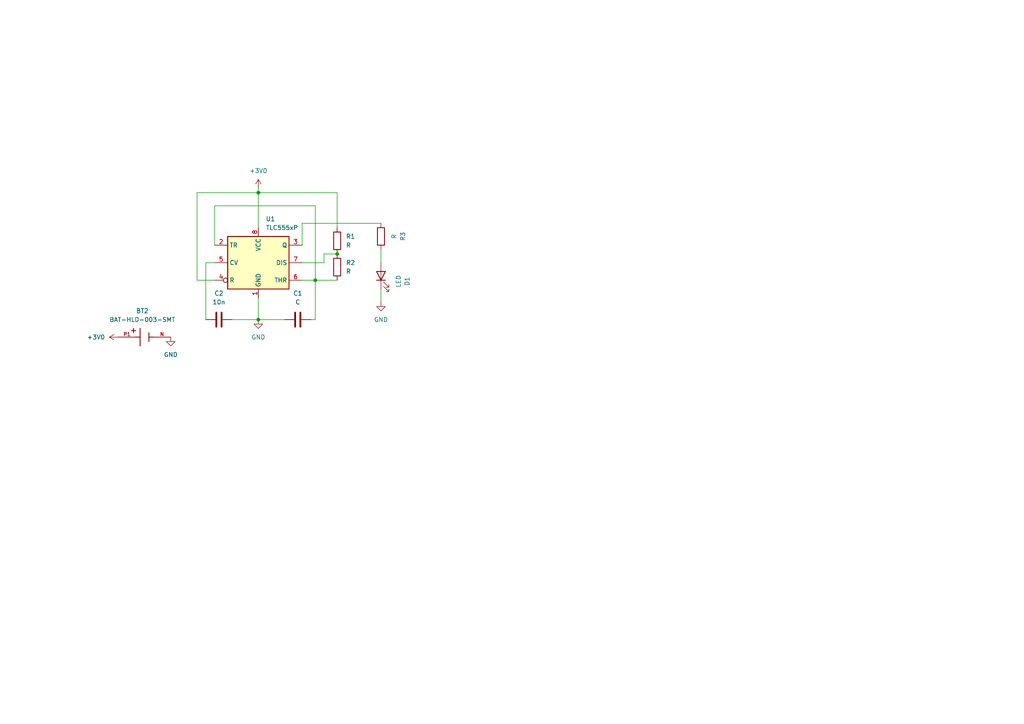
<source format=kicad_sch>
(kicad_sch (version 20250114) (generator "eeschema") (generator_version "9.0")
  (paper "A4")
  (lib_symbols
    (symbol "BAT-HLD-003-SMT:BAT-HLD-003-SMT" (pin_names (offset 1.016))
      (property "Reference" "BT" (at -3.81 3.81 0))
      (property "Value" "BAT-HLD-003-SMT" (at -3.81 -5.08 0))
      (symbol "BAT-HLD-003-SMT_0_0"
        (polyline (pts (xy -3.81 1.905) (xy -2.54 1.905)) (stroke (width 0.254)))
        (polyline (pts (xy -3.175 2.54) (xy -3.175 1.27)) (stroke (width 0.254)))
        (polyline (pts (xy -1.27 2.54) (xy -1.27 0)) (stroke (width 0.254)))
        (polyline (pts (xy -1.27 0) (xy -2.54 0)) (stroke (width 0.254)))
        (polyline (pts (xy -1.27 0) (xy -1.27 -2.54)) (stroke (width 0.254)))
        (polyline (pts (xy 1.27 1.27) (xy 1.27 0)) (stroke (width 0.254)))
        (polyline (pts (xy 1.27 0) (xy 1.27 -1.27)) (stroke (width 0.254)))
        (polyline (pts (xy 1.27 0) (xy 2.54 0)) (stroke (width 0.254)))
        (pin passive line (at -7.62 0 0) (length 5.08) (name "~") (number "P1"))
        (pin passive line (at -7.62 0 0) (length 5.08) (hide yes) (name "~") (number "P2"))
        (pin passive line (at 7.62 0 180) (length 5.08) (name "~") (number "N"))
      )
    )
    (symbol "Device:C" (pin_numbers (hide yes)) (pin_names (offset 0.254))
      (property "Reference" "C" (at 0.635 2.54 0))
      (property "Value" "C" (at 0.635 -2.54 0))
      (symbol "C_0_1"
        (polyline (pts (xy -2.032 0.762) (xy 2.032 0.762)) (stroke (width 0.508)))
        (polyline (pts (xy -2.032 -0.762) (xy 2.032 -0.762)) (stroke (width 0.508)))
      )
      (symbol "C_1_1"
        (pin passive line (at 0 3.81 270) (length 2.794) (name "~") (number "1"))
        (pin passive line (at 0 -3.81 90) (length 2.794) (name "~") (number "2"))
      )
    )
    (symbol "Device:LED" (pin_numbers (hide yes)) (pin_names (offset 1.016) (hide yes))
      (property "Reference" "D" (at 0 2.54 0))
      (property "Value" "LED" (at 0 -2.54 0))
      (symbol "LED_0_1"
        (polyline (pts (xy -3.048 -0.762) (xy -4.572 -2.286) (xy -3.81 -2.286) (xy -4.572 -2.286) (xy -4.572 -1.524)))
        (polyline (pts (xy -1.778 -0.762) (xy -3.302 -2.286) (xy -2.54 -2.286) (xy -3.302 -2.286) (xy -3.302 -1.524)))
        (polyline (pts (xy -1.27 0) (xy 1.27 0)))
        (polyline (pts (xy -1.27 -1.27) (xy -1.27 1.27)) (stroke (width 0.254)))
        (polyline (pts (xy 1.27 -1.27) (xy 1.27 1.27) (xy -1.27 0) (xy 1.27 -1.27)) (stroke (width 0.254)))
      )
      (symbol "LED_1_1"
        (pin passive line (at -3.81 0 0) (length 2.54) (name "K") (number "1"))
        (pin passive line (at 3.81 0 180) (length 2.54) (name "A") (number "2"))
      )
    )
    (symbol "Device:R" (pin_numbers (hide yes)) (pin_names (offset 0))
      (property "Reference" "R" (at 2.032 0 90))
      (property "Value" "R" (at 0 0 90))
      (symbol "R_0_1"
        (rectangle (start -1.016 -2.54) (end 1.016 2.54) (stroke (width 0.254)))
      )
      (symbol "R_1_1"
        (pin passive line (at 0 3.81 270) (length 1.27) (name "~") (number "1"))
        (pin passive line (at 0 -3.81 90) (length 1.27) (name "~") (number "2"))
      )
    )
    (symbol "Timer:TLC555xP"
      (property "Reference" "U" (at -10.16 8.89 0))
      (property "Value" "TLC555xP" (at 2.54 8.89 0))
      (symbol "TLC555xP_0_0"
        (pin power_in line (at 0 10.16 270) (length 2.54) (name "VCC") (number "8"))
        (pin power_in line (at 0 -10.16 90) (length 2.54) (name "GND") (number "1"))
      )
      (symbol "TLC555xP_0_1"
        (rectangle (start -8.89 -7.62) (end 8.89 7.62) (stroke (width 0.254)) (fill (type background)))
        (rectangle (start -8.89 -7.62) (end 8.89 7.62) (stroke (width 0.254)) (fill (type background)))
      )
      (symbol "TLC555xP_1_1"
        (pin input line (at -12.7 5.08 0) (length 3.81) (name "TR") (number "2"))
        (pin input line (at -12.7 0 0) (length 3.81) (name "CV") (number "5"))
        (pin input inverted (at -12.7 -5.08 0) (length 3.81) (name "R") (number "4"))
        (pin output line (at 12.7 5.08 180) (length 3.81) (name "Q") (number "3"))
        (pin input line (at 12.7 0 180) (length 3.81) (name "DIS") (number "7"))
        (pin input line (at 12.7 -5.08 180) (length 3.81) (name "THR") (number "6"))
      )
    )
    (symbol "power:+3V0" (power) (pin_numbers (hide yes)) (pin_names (offset 0) (hide yes))
      (property "Value" "+3V0" (at 0 3.556 0))
      (symbol "+3V0_0_1"
        (polyline (pts (xy -0.762 1.27) (xy 0 2.54)))
        (polyline (pts (xy 0 2.54) (xy 0.762 1.27)))
        (polyline (pts (xy 0 0) (xy 0 2.54)))
      )
      (symbol "+3V0_1_1"
        (pin power_in line (at 0 0 90) (length 0) (name "~") (number "1"))
      )
    )
    (symbol "power:GND" (power) (pin_numbers (hide yes)) (pin_names (offset 0) (hide yes))
      (property "Value" "GND" (at 0 -3.81 0))
      (symbol "GND_0_1"
        (polyline (pts (xy 0 0) (xy 0 -1.27) (xy 1.27 -1.27) (xy 0 -2.54) (xy -1.27 -1.27) (xy 0 -1.27)))
      )
      (symbol "GND_1_1"
        (pin power_in line (at 0 0 270) (length 0) (name "~") (number "1"))
      )
    )
  )
  (junction (at 91.44 81.28))
  (junction (at 74.93 55.88))
  (junction (at 97.79 73.66))
  (junction (at 74.93 92.71))
  (wire (pts (xy 91.44 59.69) (xy 91.44 81.28)))
  (wire (pts (xy 62.23 59.69) (xy 91.44 59.69)))
  (wire (pts (xy 90.17 92.71) (xy 91.44 92.71)))
  (wire (pts (xy 57.15 55.88) (xy 57.15 81.28)))
  (wire (pts (xy 74.93 55.88) (xy 57.15 55.88)))
  (wire (pts (xy 87.63 76.2) (xy 93.98 76.2)))
  (wire (pts (xy 97.79 66.04) (xy 97.79 55.88)))
  (wire (pts (xy 59.69 76.2) (xy 62.23 76.2)))
  (wire (pts (xy 91.44 81.28) (xy 87.63 81.28)))
  (wire (pts (xy 59.69 92.71) (xy 59.69 76.2)))
  (wire (pts (xy 74.93 54.61) (xy 74.93 55.88)))
  (wire (pts (xy 91.44 81.28) (xy 97.79 81.28)))
  (wire (pts (xy 87.63 64.77) (xy 110.49 64.77)))
  (wire (pts (xy 74.93 55.88) (xy 74.93 66.04)))
  (wire (pts (xy 57.15 81.28) (xy 62.23 81.28)))
  (wire (pts (xy 110.49 83.82) (xy 110.49 87.63)))
  (wire (pts (xy 87.63 71.12) (xy 87.63 64.77)))
  (wire (pts (xy 74.93 92.71) (xy 82.55 92.71)))
  (wire (pts (xy 93.98 73.66) (xy 97.79 73.66)))
  (wire (pts (xy 74.93 86.36) (xy 74.93 92.71)))
  (wire (pts (xy 91.44 81.28) (xy 91.44 92.71)))
  (wire (pts (xy 110.49 72.39) (xy 110.49 76.2)))
  (wire (pts (xy 93.98 76.2) (xy 93.98 73.66)))
  (wire (pts (xy 97.79 55.88) (xy 74.93 55.88)))
  (wire (pts (xy 62.23 71.12) (xy 62.23 59.69)))
  (wire (pts (xy 67.31 92.71) (xy 74.93 92.71)))
  (symbol (lib_id "power:GND") (at 74.93 92.71 0) (unit 1)
    (property "Reference" "#PWR02" (effects (hide yes)))
    (property "Value" "GND" (at 74.93 97.79 0))
    (property "Description" "Power symbol creates a global label with name \"GND\" , ground" (effects (hide yes)))
  )
  (symbol (lib_id "power:+3V0") (at 74.93 54.61 0) (unit 1)
    (property "Reference" "#PWR01" (effects (hide yes)))
    (property "Value" "+3V0" (at 74.93 49.53 0))
    (property "Description" "Power symbol creates a global label with name \"+3V0\"" (effects (hide yes)))
  )
  (symbol (lib_id "power:GND") (at 110.49 87.63 0) (unit 1)
    (property "Reference" "#PWR03" (effects (hide yes)))
    (property "Value" "GND" (at 110.49 92.71 0))
    (property "Description" "Power symbol creates a global label with name \"GND\" , ground" (effects (hide yes)))
  )
  (symbol (lib_id "Timer:TLC555xP") (at 74.93 76.2 0) (unit 1)
    (property "Reference" "U1" (at 77.0733 63.5 0) (effects (justify left)))
    (property "Value" "TLC555xP" (at 77.0733 66.04 0) (effects (justify left)))
    (property "Footprint" "Package_DIP:DIP-8_W7.62mm" (effects (hide yes)))
    (property "Datasheet" "http://www.ti.com/lit/ds/symlink/tlc555.pdf" (effects (hide yes)))
    (property "Description" "Single LinCMOS Timer, 555 compatible, PDIP-8" (effects (hide yes)))
  )
  (symbol (lib_id "Device:C") (at 86.36 92.71 90) (unit 1)
    (property "Reference" "C1" (at 86.36 85.09 90))
    (property "Value" "C" (at 86.36 87.63 90))
    (property "Footprint" "Capacitor_THT:C_Disc_D6.0mm_W4.4mm_P5.00mm" (effects (hide yes)))
    (property "Description" "Unpolarized capacitor" (effects (hide yes)))
  )
  (symbol (lib_id "power:+3V0") (at 34.29 97.79 90) (unit 1)
    (property "Reference" "#PWR05" (effects (hide yes)))
    (property "Value" "+3V0" (at 30.48 97.7899 90) (effects (justify left)))
    (property "Description" "Power symbol creates a global label with name \"+3V0\"" (effects (hide yes)))
  )
  (symbol (lib_id "Device:C") (at 63.5 92.71 90) (unit 1)
    (property "Reference" "C2" (at 63.5 85.09 90))
    (property "Value" "10n" (at 63.5 87.63 90))
    (property "Footprint" "Capacitor_THT:C_Disc_D6.0mm_W4.4mm_P5.00mm" (effects (hide yes)))
    (property "Description" "Unpolarized capacitor" (effects (hide yes)))
  )
  (symbol (lib_id "Device:LED") (at 110.49 80.01 90) (unit 1)
    (property "Reference" "D1" (at 118.11 81.5975 0))
    (property "Value" "LED" (at 115.57 81.5975 0))
    (property "Footprint" "LED_THT:LED_D1.8mm_W3.3mm_H2.4mm" (effects (hide yes)))
    (property "Description" "Light emitting diode" (effects (hide yes)))
    (property "Sim.Pins" "1=K 2=A" (effects (hide yes)))
  )
  (symbol (lib_id "BAT-HLD-003-SMT:BAT-HLD-003-SMT") (at 41.91 97.79 0) (unit 1)
    (property "Reference" "BT2" (at 41.275 90.17 0))
    (property "Value" "BAT-HLD-003-SMT" (at 41.275 92.71 0))
    (property "Footprint" "BAT-HLD-003-SMT:BAT_BAT-HLD-003-SMT" (effects (hide yes)))
    (property "DigiKey_Part_Number" "343-BAT-HLD-003-SMT-ND" (effects (hide yes)))
    (property "SnapEDA_Link" "https://www.snapeda.com/parts/BAT-HLD-003-SMT/TE+Connectivity/view-part/?ref=snap" (effects (hide yes)))
    (property "Check_prices" "https://www.snapeda.com/parts/BAT-HLD-003-SMT/TE+Connectivity/view-part/?ref=eda" (effects (hide yes)))
    (property "Package" "None" (effects (hide yes)))
    (property "Price" "None" (effects (hide yes)))
    (property "MF" "TE Connectivity" (effects (hide yes)))
    (property "MP" "BAT-HLD-003-SMT" (effects (hide yes)))
    (property "Purchase-URL" "https://www.snapeda.com/api/url_track_click_mouser/?unipart_id=6393643&manufacturer=Linx Technologies Inc.&part_name=BAT-HLD-003-SMT&search_term=None" (effects (hide yes)))
    (property "Availability" "In Stock" (effects (hide yes)))
    (property "Description_1" "Battery Holder Coin 20 SMT Nickel" (effects (hide yes)))
  )
  (symbol (lib_id "Device:R") (at 110.49 68.58 180) (unit 1)
    (property "Reference" "R3" (at 116.84 68.58 90))
    (property "Value" "R" (at 114.3 68.58 90))
    (property "Footprint" "Resistor_THT:R_Axial_DIN0207_L6.3mm_D2.5mm_P7.62mm_Horizontal" (effects (hide yes)))
    (property "Description" "Resistor" (effects (hide yes)))
  )
  (symbol (lib_id "Device:R") (at 97.79 69.85 0) (unit 1)
    (property "Reference" "R1" (at 100.33 68.5799 0) (effects (justify left)))
    (property "Value" "R" (at 100.33 71.1199 0) (effects (justify left)))
    (property "Footprint" "Resistor_THT:R_Axial_DIN0207_L6.3mm_D2.5mm_P7.62mm_Horizontal" (effects (hide yes)))
    (property "Description" "Resistor" (effects (hide yes)))
  )
  (symbol (lib_id "Device:R") (at 97.79 77.47 0) (unit 1)
    (property "Reference" "R2" (at 100.33 76.1999 0) (effects (justify left)))
    (property "Value" "R" (at 100.33 78.7399 0) (effects (justify left)))
    (property "Footprint" "Resistor_THT:R_Axial_DIN0207_L6.3mm_D2.5mm_P7.62mm_Horizontal" (effects (hide yes)))
    (property "Description" "Resistor" (effects (hide yes)))
  )
  (symbol (lib_id "power:GND") (at 49.53 97.79 0) (unit 1)
    (property "Reference" "#PWR04" (effects (hide yes)))
    (property "Value" "GND" (at 49.53 102.87 0))
    (property "Description" "Power symbol creates a global label with name \"GND\" , ground" (effects (hide yes)))
  )
)
</source>
